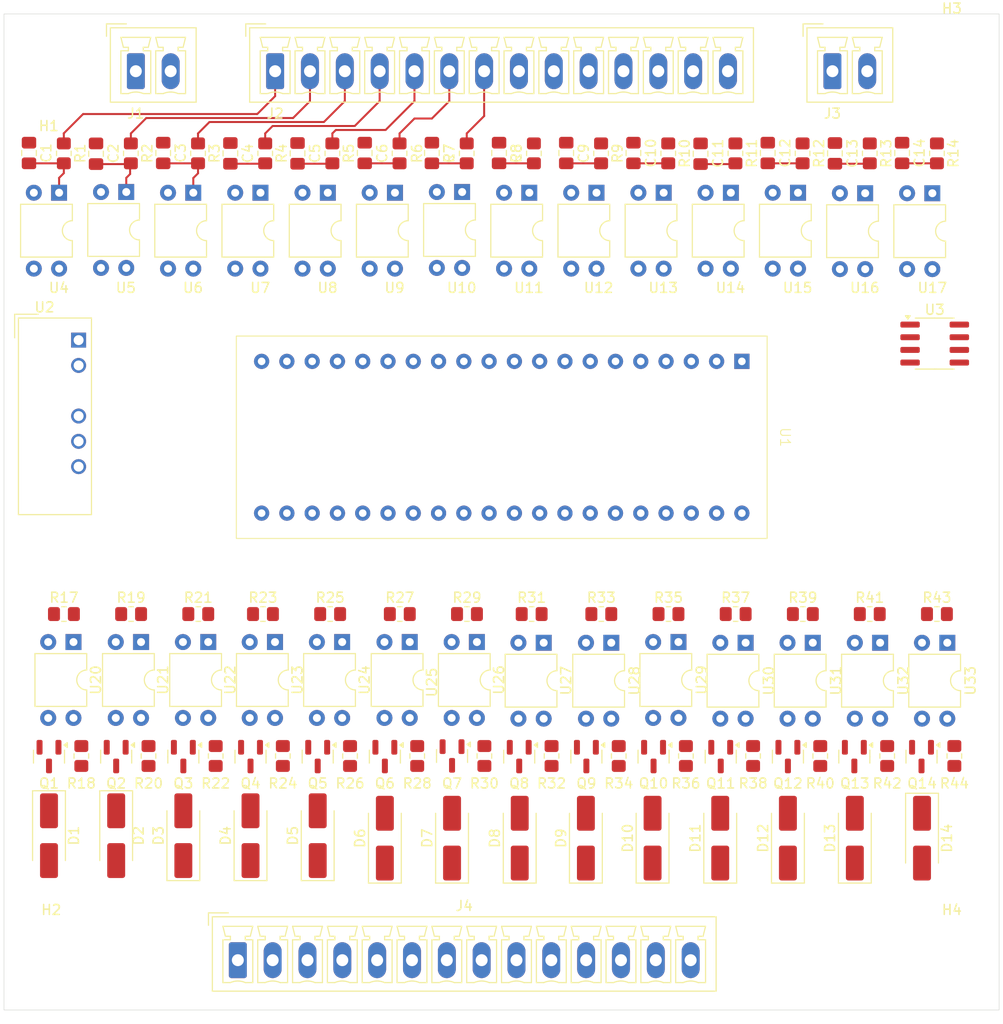
<source format=kicad_pcb>
(kicad_pcb (version 20240108) (generator "pcbnew") (generator_version "8.0")
  (layers (0 "F.Cu" signal) (31 "B.Cu" signal) (34 "B.Paste" user) (35 "F.Paste" user) (36 "B.SilkS" user "B.Silkscreen") (37 "F.SilkS" user "F.Silkscreen") (38 "B.Mask" user) (39 "F.Mask" user) (44 "Edge.Cuts" user))
  (net 0 "")
  (net 1 "GND")
  (net 2 "Net-(C1-Pad1)")
  (net 3 "/OUT1")
  (net 4 "+5V")
  (net 5 "+24V")
  (net 6 "Net-(R17-Pad2)")
  (net 7 "/OUT2")
  (net 8 "Net-(C3-Pad1)")
  (net 9 "Net-(C4-Pad1)")
  (net 10 "Net-(C5-Pad1)")
  (net 11 "/IN1")
  (net 12 "+3.3V")
  (net 13 "Net-(C2-Pad1)")
  (net 14 "/OUT3")
  (net 15 "/IN2")
  (net 16 "Net-(C6-Pad1)")
  (net 17 "Net-(C7-Pad1)")
  (net 18 "Net-(C8-Pad1)")
  (net 19 "Net-(C9-Pad1)")
  (net 20 "Net-(C10-Pad1)")
  (net 21 "Net-(C11-Pad1)")
  (net 22 "Net-(C12-Pad1)")
  (net 23 "Net-(C13-Pad1)")
  (net 24 "Net-(C14-Pad1)")
  (net 25 "Net-(Q1-B)")
  (net 26 "/OUT4")
  (net 27 "Net-(R18-Pad1)")
  (net 29 "GND_IN")
  (net 30 "/OUT5")
  (net 31 "/OUT6")
  (net 32 "/OUT7")
  (net 33 "/OUT8")
  (net 34 "/OUT9")
  (net 35 "/OUT10")
  (net 36 "/OUT11")
  (net 37 "/OUT12")
  (net 38 "/IN11")
  (net 39 "/IN4")
  (net 40 "/IN5")
  (net 42 "/DO13")
  (net 44 "/DO14")
  (net 45 "Net-(Q13-B)")
  (net 46 "Net-(Q14-B)")
  (net 47 "/OUT13")
  (net 48 "/IN10")
  (net 49 "/OUT14")
  (net 50 "Net-(R41-Pad2)")
  (net 51 "/IN6")
  (net 53 "Net-(R42-Pad1)")
  (net 54 "Net-(R43-Pad2)")
  (net 55 "Net-(R44-Pad1)")
  (net 56 "/IN8")
  (net 57 "/IN9")
  (net 58 "/IN13")
  (net 59 "/IN12")
  (net 60 "/IN14")
  (net 61 "/IN3")
  (net 62 "/IN7")
  (net 63 "/RS485_A")
  (net 64 "/RS485_B")
  (net 65 "Net-(Q2-B)")
  (net 66 "Net-(Q3-B)")
  (net 67 "Net-(Q4-B)")
  (net 68 "Net-(Q5-B)")
  (net 69 "Net-(Q6-B)")
  (net 70 "Net-(Q7-B)")
  (net 71 "Net-(Q8-B)")
  (net 72 "Net-(Q9-B)")
  (net 73 "Net-(Q10-B)")
  (net 74 "Net-(Q11-B)")
  (net 75 "Net-(Q12-B)")
  (net 76 "/DI1")
  (net 77 "/DI2")
  (net 78 "/DO1")
  (net 79 "/DI3")
  (net 80 "/DI4")
  (net 81 "/DI5")
  (net 82 "/DI6")
  (net 83 "/DI7")
  (net 84 "/DI8")
  (net 85 "/DI9")
  (net 86 "/DI10")
  (net 87 "/DI11")
  (net 88 "/DI12")
  (net 89 "/DI13")
  (net 90 "/DI14")
  (net 91 "/DO2")
  (net 92 "Net-(R19-Pad2)")
  (net 93 "Net-(R20-Pad1)")
  (net 94 "/DO3")
  (net 95 "Net-(R21-Pad2)")
  (net 96 "Net-(R22-Pad1)")
  (net 97 "/DO4")
  (net 98 "Net-(R23-Pad2)")
  (net 99 "Net-(R24-Pad1)")
  (net 100 "/DO5")
  (net 101 "Net-(R25-Pad2)")
  (net 102 "Net-(R26-Pad1)")
  (net 103 "Net-(R27-Pad2)")
  (net 104 "/DO6")
  (net 105 "Net-(R28-Pad1)")
  (net 106 "Net-(R29-Pad2)")
  (net 107 "/DO7")
  (net 108 "Net-(R30-Pad1)")
  (net 109 "/DO8")
  (net 110 "Net-(R31-Pad2)")
  (net 111 "Net-(R32-Pad1)")
  (net 112 "/DO9")
  (net 113 "Net-(R33-Pad2)")
  (net 114 "Net-(R34-Pad1)")
  (net 115 "Net-(R35-Pad2)")
  (net 116 "/DO10")
  (net 117 "Net-(R36-Pad1)")
  (net 118 "/DO11")
  (net 119 "Net-(R37-Pad2)")
  (net 120 "Net-(R38-Pad1)")
  (net 121 "/DO12")
  (net 122 "Net-(R39-Pad2)")
  (net 123 "Net-(R40-Pad1)")
  (net 124 "/RX")
  (net 125 "/TX_EN")
  (net 126 "/TX")
  (footprint "Package_DIP:DIP-4_W7.62mm" (layer "F.Cu") (at 111.025 113.13 -90)
    (property "Reference" "U28")
    (property "Value" "PC817")
  )
  (footprint "Package_DIP:DIP-4_W7.62mm" (layer "F.Cu") (at 62.29 67.88 -90)
    (property "Reference" "U5")
    (property "Value" "PC817")
  )
  (footprint "Resistor_SMD:R_0805_2012Metric_Pad1.20x1.40mm_HandSolder" (layer "F.Cu") (at 145.5 124.5 -90)
    (property "Reference" "R44")
    (property "Value" "680")
  )
  (footprint "Capacitor_SMD:C_0805_2012Metric_Pad1.18x1.45mm_HandSolder" (layer "F.Cu") (at 126.75 63.9625 90)
    (property "Reference" "C12")
    (property "Value" "C")
  )
  (footprint "Package_TO_SOT_SMD:SOT-23" (layer "F.Cu") (at 61.275 124.5625 -90)
    (property "Reference" "Q2")
    (property "Value" "BC817")
  )
  (footprint "Package_DIP:DIP-4_W7.62mm" (layer "F.Cu") (at 144.79 113.13 -90)
    (property "Reference" "U33")
    (property "Value" "PC817")
  )
  (footprint "Diode_SMD:D_SMA_Handsoldering" (layer "F.Cu") (at 81.525 132.5 90)
    (property "Reference" "D5")
    (property "Value" "1N4007")
  )
  (footprint "Diode_SMD:D_SMA_Handsoldering" (layer "F.Cu") (at 88.275 132.75 90)
    (property "Reference" "D6")
    (property "Value" "1N4007")
  )
  (footprint "Package_TO_SOT_SMD:SOT-23" (layer "F.Cu") (at 122.025 124.5625 -90)
    (property "Reference" "Q11")
    (property "Value" "BC817")
  )
  (footprint "Package_TO_SOT_SMD:SOT-23" (layer "F.Cu") (at 68.025 124.5625 -90)
    (property "Reference" "Q3")
    (property "Value" "BC817")
  )
  (footprint "Capacitor_SMD:C_0805_2012Metric_Pad1.18x1.45mm_HandSolder" (layer "F.Cu") (at 120 64.0375 90)
    (property "Reference" "C11")
    (property "Value" "C")
  )
  (footprint "Resistor_SMD:R_0805_2012Metric_Pad1.20x1.40mm_HandSolder" (layer "F.Cu") (at 132.025 124.5 -90)
    (property "Reference" "R40")
    (property "Value" "680")
  )
  (footprint "Package_TO_SOT_SMD:SOT-23" (layer "F.Cu") (at 74.775 124.5625 -90)
    (property "Reference" "Q4")
    (property "Value" "BC817")
  )
  (footprint "Connector_Phoenix_MC:PhoenixContact_MCV_1,5_2-G-3.5_1x02_P3.50mm_Vertical" (layer "F.Cu") (at 133.25 55.75)
    (property "Reference" "J3")
    (property "Value" "Conn_01x02_Socket")
  )
  (footprint "Package_DIP:DIP-4_W7.62mm" (layer "F.Cu") (at 63.775 113.06 -90)
    (property "Reference" "U21")
    (property "Value" "PC817")
  )
  (footprint "Resistor_SMD:R_0805_2012Metric_Pad1.20x1.40mm_HandSolder" (layer "F.Cu") (at 69.525 110.25)
    (property "Reference" "R21")
    (property "Value" "680")
  )
  (footprint "Diode_SMD:D_SMA_Handsoldering" (layer "F.Cu") (at 61.275 132.5 -90)
    (property "Reference" "D2")
    (property "Value" "1N4007")
  )
  (footprint "Resistor_SMD:R_0805_2012Metric_Pad1.20x1.40mm_HandSolder" (layer "F.Cu") (at 78.025 124.5 -90)
    (property "Reference" "R24")
    (property "Value" "680")
  )
  (footprint "Package_DIP:DIP-4_W7.62mm" (layer "F.Cu") (at 109.54 67.95 -90)
    (property "Reference" "U12")
    (property "Value" "PC817")
  )
  (footprint "Package_TO_SOT_SMD:SOT-23" (layer "F.Cu") (at 81.525 124.5625 -90)
    (property "Reference" "Q5")
    (property "Value" "BC817")
  )
  (footprint "Package_DIP:DIP-4_W7.62mm" (layer "F.Cu") (at 56.985 113.06 -90)
    (property "Reference" "U20")
    (property "Value" "PC817")
  )
  (footprint "Resistor_SMD:R_0805_2012Metric_Pad1.20x1.40mm_HandSolder" (layer "F.Cu") (at 98.275 124.5 -90)
    (property "Reference" "R30")
    (property "Value" "680")
  )
  (footprint "Capacitor_SMD:C_0805_2012Metric_Pad1.18x1.45mm_HandSolder" (layer "F.Cu") (at 72.75 64 90)
    (property "Reference" "C4")
    (property "Value" "C")
  )
  (footprint "Resistor_SMD:R_0805_2012Metric_Pad1.20x1.40mm_HandSolder" (layer "F.Cu") (at 62.775 110.25)
    (property "Reference" "R19")
    (property "Value" "680")
  )
  (footprint "Diode_SMD:D_SMA_Handsoldering" (layer "F.Cu") (at 54.525 132.5 -90)
    (property "Reference" "D1")
    (property "Value" "1N4007")
  )
  (footprint "Package_TO_SOT_SMD:SOT-23" (layer "F.Cu") (at 142.2 124.5625 -90)
    (property "Reference" "Q14")
    (property "Value" "BC817")
  )
  (footprint "Resistor_SMD:R_0805_2012Metric_Pad1.20x1.40mm_HandSolder" (layer "F.Cu") (at 103.025 110.25)
    (property "Reference" "R31")
    (property "Value" "680")
  )
  (footprint "Resistor_SMD:R_0805_2012Metric_Pad1.20x1.40mm_HandSolder" (layer "F.Cu") (at 123.5 64 -90)
    (property "Reference" "R11")
    (property "Value" "5k")
  )
  (footprint "Resistor_SMD:R_0805_2012Metric_Pad1.20x1.40mm_HandSolder" (layer "F.Cu") (at 89.75 64 -90)
    (property "Reference" "R6")
    (property "Value" "5k")
  )
  (footprint "Resistor_SMD:R_0805_2012Metric_Pad1.20x1.40mm_HandSolder" (layer "F.Cu") (at 130.275 110.25)
    (property "Reference" "R39")
    (property "Value" "680")
  )
  (footprint "Resistor_SMD:R_0805_2012Metric_Pad1.20x1.40mm_HandSolder" (layer "F.Cu") (at 56.025 110.25)
    (property "Reference" "R17")
    (property "Value" "680")
  )
  (footprint "Resistor_SMD:R_0805_2012Metric_Pad1.20x1.40mm_HandSolder" (layer "F.Cu") (at 84.775 124.5 -90)
    (property "Reference" "R26")
    (property "Value" "680")
  )
  (footprint "Capacitor_SMD:C_0805_2012Metric_Pad1.18x1.45mm_HandSolder" (layer "F.Cu") (at 113.25 63.9625 90)
    (property "Reference" "C10")
    (property "Value" "C")
  )
  (footprint "Resistor_SMD:R_0805_2012Metric_Pad1.20x1.40mm_HandSolder" (layer "F.Cu") (at 105.025 124.5 -90)
    (property "Reference" "R32")
    (property "Value" "680")
  )
  (footprint "Package_DIP:DIP-4_W7.62mm" (layer "F.Cu") (at 143.29 68 -90)
    (property "Reference" "U17")
    (property "Value" "PC817")
  )
  (footprint "Connector_Phoenix_MC:PhoenixContact_MCV_1,5_14-G-3.5_1x14_P3.50mm_Vertical" (layer "F.Cu") (at 73.5 145)
    (property "Reference" "J4")
    (property "Value" "Conn_01x12_Socket")
  )
  (footprint "Package_DIP:DIP-4_W7.62mm" (layer "F.Cu") (at 104.235 113.13 -90)
    (property "Reference" "U27")
    (property "Value" "PC817")
  )
  (footprint "Diode_SMD:D_SMA_Handsoldering" (layer "F.Cu") (at 101.825 132.75 90)
    (property "Reference" "D8")
    (property "Value" "1N4007")
  )
  (footprint "Resistor_SMD:R_0805_2012Metric_Pad1.20x1.40mm_HandSolder" (layer "F.Cu") (at 110 64 -90)
    (property "Reference" "R9")
    (property "Value" "5k")
  )
  (footprint "Capacitor_SMD:C_0805_2012Metric_Pad1.18x1.45mm_HandSolder" (layer "F.Cu") (at 140.25 63.9625 90)
    (property "Reference" "C14")
    (property "Value" "C")
  )
  (footprint "Package_DIP:DIP-4_W7.62mm" (layer "F.Cu") (at 90.775 113.06 -90)
    (property "Reference" "U25")
    (property "Value" "PC817")
  )
  (footprint "Package_DIP:DIP-4_W7.62mm" (layer "F.Cu") (at 136.54 68 -90)
    (property "Reference" "U16")
    (property "Value" "PC817")
  )
  (footprint "Capacitor_SMD:C_0805_2012Metric_Pad1.18x1.45mm_HandSolder" (layer "F.Cu") (at 66 63.9625 90)
    (property "Reference" "C3")
    (property "Value" "C")
  )
  (footprint "Package_TO_SOT_SMD:SOT-23" (layer "F.Cu") (at 54.525 124.5625 -90)
    (property "Reference" "Q1")
    (property "Value" "BC817")
  )
  (footprint "Resistor_SMD:R_0805_2012Metric_Pad1.20x1.40mm_HandSolder" (layer "F.Cu") (at 130.25 64 -90)
    (property "Reference" "R12")
    (property "Value" "5k")
  )
  (footprint "Resistor_SMD:R_0805_2012Metric_Pad1.20x1.40mm_HandSolder" (layer "F.Cu") (at 56.015 64 -90)
    (property "Reference" "R1")
    (property "Value" "5k")
  )
  (footprint "Package_DIP:DIP-4_W7.62mm" (layer "F.Cu") (at 77.235 113.06 -90)
    (property "Reference" "U23")
    (property "Value" "PC817")
  )
  (footprint "Package_DIP:DIP-4_W7.62mm" (layer "F.Cu") (at 123.04 67.95 -90)
    (property "Reference" "U14")
    (property "Value" "PC817")
  )
  (footprint "Resistor_SMD:R_0805_2012Metric_Pad1.20x1.40mm_HandSolder" (layer "F.Cu") (at 76.25 64 -90)
    (property "Reference" "R4")
    (property "Value" "5k")
  )
  (footprint "Resistor_SMD:R_0805_2012Metric_Pad1.20x1.40mm_HandSolder" (layer "F.Cu") (at 57.775 124.5 -90)
    (property "Reference" "R18")
    (property "Value" "680")
  )
  (footprint "Diode_SMD:D_SMA_Handsoldering" (layer "F.Cu") (at 135.5 132.75 90)
    (property "Reference" "D13")
    (property "Value" "1N4007")
  )
  (footprint "Package_DIP:DIP-4_W7.62mm" (layer "F.Cu") (at 117.775 113.06 -90)
    (property "Reference" "U29")
    (property "Value" "PC817")
  )
  (footprint "Capacitor_SMD:C_0805_2012Metric_Pad1.18x1.45mm_HandSolder" (layer "F.Cu") (at 59.25 64.0375 90)
    (property "Reference" "C2")
    (property "Value" "C")
  )
  (footprint "Package_TO_SOT_SMD:SOT-23" (layer "F.Cu") (at 135.45 124.5625 -90)
    (property "Reference" "Q13")
    (property "Value" "BC817")
  )
  (footprint "Package_DIP:DIP-4_W7.62mm" (layer "F.Cu") (at 89.29 67.95 -90)
    (property "Reference" "U9")
    (property "Value" "PC817")
  )
  (footprint "Connector_Phoenix_MC:PhoenixContact_MCV_1,5_14-G-3.5_1x14_P3.50mm_Vertical" (layer "F.Cu") (at 77.25 55.75)
    (property "Reference" "J2")
    (property "Value" "Conn_01x16_Socket")
  )
  (footprint "Resistor_SMD:R_0805_2012Metric_Pad1.20x1.40mm_HandSolder" (layer "F.Cu") (at 96.5 64 -90)
    (property "Reference" "R7")
    (property "Value" "5k")
  )
  (footprint "MountingHole:MountingHole_4.3mm_M4" (layer "F.Cu") (at 54.75 54.75)
    (property "Reference" "H1")
    (property "Value" "MountingHole")
  )
  (footprint "Resistor_SMD:R_0805_2012Metric_Pad1.20x1.40mm_HandSolder" (layer "F.Cu") (at 143.75 64 -90)
    (property "Reference" "R14")
    (property "Value" "5k")
  )
  (footprint "MountingHole:MountingHole_4.3mm_M4" (layer "F.Cu") (at 54.75 145.25)
    (property "Reference" "H2")
    (property "Value" "MountingHole")
  )
  (footprint "Diode_SMD:D_SMA_Handsoldering" (layer "F.Cu") (at 108.475 132.75 90)
    (property "Reference" "D9")
    (property "Value" "1N4007")
  )
  (footprint "Resistor_SMD:R_0805_2012Metric_Pad1.20x1.40mm_HandSolder" (layer "F.Cu") (at 143.75 110.25)
    (property "Reference" "R43")
    (property "Value" "680")
  )
  (footprint "Package_TO_SOT_SMD:SOT-23" (layer "F.Cu") (at 95.025 124.5 -90)
    (property "Reference" "Q7")
    (property "Value" "BC817")
  )
  (footprint "Capacitor_SMD:C_0805_2012Metric_Pad1.18x1.45mm_HandSolder" (layer "F.Cu") (at 86.25 63.9625 90)
    (property "Reference" "C6")
    (property "Value" "C")
  )
  (footprint "Capacitor_SMD:C_0805_2012Metric_Pad1.18x1.45mm_HandSolder" (layer "F.Cu") (at 106.5 63.9625 90)
    (property "Reference" "C9")
    (property "Value" "C")
  )
  (footprint "Resistor_SMD:R_0805_2012Metric_Pad1.20x1.40mm_HandSolder" (layer "F.Cu") (at 118.525 124.5 -90)
    (property "Reference" "R36")
    (property "Value" "680")
  )
  (footprint "Resistor_SMD:R_0805_2012Metric_Pad1.20x1.40mm_HandSolder" (layer "F.Cu") (at 137 64 -90)
    (property "Reference" "R13")
    (property "Value" "5k")
  )
  (footprint "Diode_SMD:D_SMA_Handsoldering" (layer "F.Cu") (at 115.175 132.75 90)
    (property "Reference" "D10")
    (property "Value" "1N4007")
  )
  (footprint "Package_DIP:DIP-4_W7.62mm" (layer "F.Cu") (at 102.79 67.95 -90)
    (property "Reference" "U11")
    (property "Value" "PC817")
  )
  (footprint "Converter_DCDC:Converter_DCDC_TRACO_TMA-15xxD_24xxD_Dual_THT" (layer "F.Cu") (at 57.5 82.75)
    (property "Reference" "U2")
    (property "Value" "TMA-2405D")
  )
  (footprint "Package_DIP:DIP-4_W7.62mm" (layer "F.Cu") (at 96.04 67.88 -90)
    (property "Reference" "U10")
    (property "Value" "PC817")
  )
  (footprint "Diode_SMD:D_SMA_Handsoldering" (layer "F.Cu") (at 142.25 132.75 -90)
    (property "Reference" "D14")
    (property "Value" "1N4007")
  )
  (footprint "Package_DIP:DIP-4_W7.62mm" (layer "F.Cu") (at 82.54 67.95 -90)
    (property "Reference" "U8")
    (property "Value" "PC817")
  )
  (footprint "Package_TO_SOT_SMD:SOT-23" (layer "F.Cu") (at 108.525 124.5625 -90)
    (property "Reference" "Q9")
    (property "Value" "BC817")
  )
  (footprint "Resistor_SMD:R_0805_2012Metric_Pad1.20x1.40mm_HandSolder" (layer "F.Cu") (at 91.525 124.5 -90)
    (property "Reference" "R28")
    (property "Value" "680")
  )
  (footprint "Package_DIP:DIP-4_W7.62mm" (layer "F.Cu") (at 138.04 113.13 -90)
    (property "Reference" "U32")
    (property "Value" "PC817")
  )
  (footprint "Package_DIP:DIP-4_W7.62mm" (layer "F.Cu") (at 116.29 67.95 -90)
    (property "Reference" "U13")
    (property "Value" "PC817")
  )
  (footprint "Resistor_SMD:R_0805_2012Metric_Pad1.20x1.40mm_HandSolder" (layer "F.Cu") (at 69.5 64 -90)
    (property "Reference" "R3")
    (property "Value" "5k")
  )
  (footprint "Resistor_SMD:R_0805_2012Metric_Pad1.20x1.40mm_HandSolder" (layer "F.Cu") (at 64.525 124.5 -90)
    (property "Reference" "R20")
    (property "Value" "680")
  )
  (footprint "MountingHole:MountingHole_4.3mm_M4" (layer "F.Cu") (at 145.25 145.25)
    (property "Reference" "H4")
    (property "Value" "MountingHole")
  )
  (footprint "Package_DIP:DIP-4_W7.62mm" (layer "F.Cu") (at 97.525 113.06 -90)
    (property "Reference" "U26")
    (property "Value" "PC817")
  )
  (footprint "Resistor_SMD:R_0805_2012Metric_Pad1.20x1.40mm_HandSolder" (layer "F.Cu") (at 71.275 124.5 -90)
    (property "Reference" "R22")
    (property "Value" "680")
  )
  (footprint "Resistor_SMD:R_0805_2012Metric_Pad1.20x1.40mm_HandSolder" (layer "F.Cu") (at 137 110.25)
    (property "Reference" "R41")
    (property "Value" "680")
  )
  (footprint "Package_DIP:DIP-4_W7.62mm" (layer "F.Cu") (at 83.985 113.06 -90)
    (property "Reference" "U24")
    (property "Value" "PC817")
  )
  (footprint "Capacitor_SMD:C_0805_2012Metric_Pad1.18x1.45mm_HandSolder" (layer "F.Cu") (at 52.515 63.9625 90)
    (property "Reference" "C1")
    (property "Value" "C")
  )
  (footprint "Package_TO_SOT_SMD:SOT-23" (layer "F.Cu") (at 128.775 124.5625 -90)
    (property "Reference" "Q12")
    (property "Value" "BC817")
  )
  (footprint "Resistor_SMD:R_0805_2012Metric_Pad1.20x1.40mm_HandSolder" (layer "F.Cu") (at 111.775 124.5 -90)
    (property "Reference" "R34")
    (property "Value" "680")
  )
  (footprint "Resistor_SMD:R_0805_2012Metric_Pad1.20x1.40mm_HandSolder" (layer "F.Cu") (at 62.75 64 -90)
    (property "Reference" "R2")
    (property "Value" "5k")
  )
  (footprint "Resistor_SMD:R_0805_2012Metric_Pad1.20x1.40mm_HandSolder" (layer "F.Cu") (at 110.025 110.25)
    (property "Reference" "R33")
    (property "Value" "680")
  )
  (footprint "Package_TO_SOT_SMD:SOT-23" (layer "F.Cu") (at 115.275 124.5625 -90)
    (property "Reference" "Q10")
    (property "Value" "BC817")
  )
  (footprint "Resistor_SMD:R_0805_2012Metric_Pad1.20x1.40mm_HandSolder" (layer "F.Cu") (at 96.525 110.25)
    (property "Reference" "R29")
    (property "Value" "680")
  )
  (footprint "Package_TO_SOT_SMD:SOT-23" (layer "F.Cu") (at 88.275 124.5625 -90)
    (property "Reference" "Q6")
    (property "Value" "BC817")
  )
  (footprint "Resistor_SMD:R_0805_2012Metric_Pad1.20x1.40mm_HandSolder" (layer "F.Cu") (at 116.775 110.25)
    (property "Reference" "R35")
    (property "Value" "680")
  )
  (footprint "Connector_Phoenix_MC:PhoenixContact_MCV_1,5_2-G-3.5_1x02_P3.50mm_Vertical" (layer "F.Cu") (at 63.25 55.75)
    (property "Reference" "J1")
    (property "Value" "Conn_01x02_Socket")
  )
  (footprint "Capacitor_SMD:C_0805_2012Metric_Pad1.18x1.45mm_HandSolder" (layer "F.Cu") (at 99.75 63.9625 90)
    (property "Reference" "C8")
    (property "Value" "C")
  )
  (footprint "Resistor_SMD:R_0805_2012Metric_Pad1.20x1.40mm_HandSolder" (layer "F.Cu") (at 76.025 110.25)
    (property "Reference" "R23")
    (property "Value" "680")
  )
  (footprint "Capacitor_SMD:C_0805_2012Metric_Pad1.18x1.45mm_HandSolder" (layer "F.Cu") (at 79.5 64 90)
    (property "Reference" "C5")
    (property "Value" "C")
  )
  (footprint "Resistor_SMD:R_0805_2012Metric_Pad1.20x1.40mm_HandSolder" (layer "F.Cu") (at 103.25 64 -90)
    (property "Reference" "R8")
    (property "Value" "5k")
  )
  (footprint "Package_DIP:DIP-4_W7.62mm" (layer "F.Cu") (at 131.275 113.13 -90)
    (property "Reference" "U31")
    (property "Value" "PC817")
  )
  (footprint "Resistor_SMD:R_0805_2012Metric_Pad1.20x1.40mm_HandSolder" (layer "F.Cu") (at 123.525 110.25)
    (property "Reference" "R37")
    (property "Value" "680")
  )
  (footprint "Package_DIP:DIP-4_W7.62mm" (layer "F.Cu") (at 124.525 113.13 -90)
    (property "Reference" "U30")
    (property "Value" "PC817")
  )
  (footprint "Resistor_SMD:R_0805_2012Metric_Pad1.20x1.40mm_HandSolder" (layer "F.Cu") (at 138.75 124.5 -90)
    (property "Reference" "R42")
    (property "Value" "680")
  )
  (footprint "Diode_SMD:D_SMA_Handsoldering" (layer "F.Cu") (at 74.775 132.5 90)
    (property "Reference" "D4")
    (property "Value" "1N4007")
  )
  (footprint "Package_DIP:DIP-4_W7.62mm" (layer "F.Cu") (at 70.525 113.06 -90)
    (property "Reference" "U22")
    (property "Value" "PC817")
  )
  (footprint "Diode_SMD:D_SMA_Handsoldering" (layer "F.Cu") (at 95.025 132.75 90)
    (property "Reference" "D7")
    (property "Value" "1N4007")
  )
  (footprint "Capacitor_SMD:C_0805_2012Metric_Pad1.18x1.45mm_HandSolder" (layer "F.Cu") (at 93 63.9625 90)
    (property "Reference" "C7")
    (property "Value" "C")
  )
  (footprint "Package_DIP:DIP-4_W7.62mm" (layer "F.Cu") (at 75.775 67.95 -90)
    (property "Reference" "U7")
    (property "Value" "PC817")
  )
  (footprint "Resistor_SMD:R_0805_2012Metric_Pad1.20x1.40mm_HandSolder" (layer "F.Cu") (at 82.775 110.25)
    (property "Reference" "R25")
    (property "Value" "680")
  )
  (footprint "Capacitor_SMD:C_0805_2012Metric_Pad1.18x1.45mm_HandSolder" (layer "F.Cu") (at 133.5 64 90)
    (property "Reference" "C13")
    (property "Value" "C")
  )
  (footprint "Package_TO_SOT_SMD:SOT-23" (layer "F.Cu") (at 101.775 124.5625 -90)
    (property "Reference" "Q8")
    (property "Value" "BC817")
  )
  (footprint "Resistor_SMD:R_0805_2012Metric_Pad1.20x1.40mm_HandSolder" (layer "F.Cu") (at 116.75 64 -90)
    (property "Reference" "R10")
    (property "Value" "5k")
  )
  (footprint "Diode_SMD:D_SMA_Handsoldering" (layer "F.Cu") (at 68.025 132.5 90)
    (property "Reference" "D3")
    (property "Value" "1N4007")
  )
  (footprint "Diode_SMD:D_SMA_Handsoldering" (layer "F.Cu") (at 128.775 132.75 90)
    (property "Reference" "D12")
    (property "Value" "1N4007")
  )
  (footprint "Package_DIP:DIP-4_W7.62mm" (layer "F.Cu") (at 55.54 67.95 -90)
    (property "Reference" "U4")
    (property "Value" "PC817")
  )
  (footprint "Resistor_SMD:R_0805_2012Metric_Pad1.20x1.40mm_HandSolder" (layer "F.Cu") (at 83 64 -90)
    (property "Reference" "R5")
    (property "Value" "5k")
  )
  (footprint "Diode_SMD:D_SMA_Handsoldering" (layer "F.Cu") (at 121.975 132.75 90)
    (property "Reference" "D11")
    (property "Value" "1N4007")
  )
  (footprint "Resistor_SMD:R_0805_2012Metric_Pad1.20x1.40mm_HandSolder" (layer "F.Cu") (at 125.275 124.5 -90)
    (property "Reference" "R38")
    (property "Value" "680")
  )
  (footprint "Resistor_SMD:R_0805_2012Metric_Pad1.20x1.40mm_HandSolder" (layer "F.Cu") (at 89.775 110.25)
    (property "Reference" "R27")
    (property "Value" "680")
  )
  (footprint "Project_Library:BlackPill" (layer "F.Cu") (at 100 92.5 -90)
    (property "Reference" "U1")
    (property "Value" "BluePill")
  )
  (footprint "Package_SO:SOIC-8_3.9x4.9mm_P1.27mm" (layer "F.Cu") (at 143.525 83.095)
    (property "Reference" "U3")
    (property "Value" "MAX3485")
  )
  (footprint "MountingHole:MountingHole_4.3mm_M4" (layer "F.Cu") (at 145.25 54.75)
    (property "Reference" "H3")
    (property "Value" "MountingHole")
  )
  (footprint "Package_DIP:DIP-4_W7.62mm" (layer "F.Cu") (at 69.025 67.95 -90)
    (property "Reference" "U6")
    (property "Value" "PC817")
  )
  (footprint "Package_DIP:DIP-4_W7.62mm" (layer "F.Cu") (at 129.79 67.95 -90)
    (property "Reference" "U15")
    (property "Value" "PC817")
  )
  (gr_rect (start 50 50) (end 150 150) (stroke (width 0.05)) (fill none) (layer "Edge.Cuts"))
  (segment (start 56.015 65.985) (end 55.54 66.46) (width 0.2) (layer "F.Cu") (net 2))
  (segment (start 55.54 66.46) (end 55.54 67.95) (width 0.2) (layer "F.Cu") (net 2))
  (segment (start 56.015 65) (end 56.015 65.985) (width 0.2) (layer "F.Cu") (net 2))
  (segment (start 52.515 65) (end 56.015 65) (width 0.2) (layer "F.Cu") (net 2))
  (segment (start 69.025 66.475) (end 69.025 67.95) (width 0.2) (layer "F.Cu") (net 8))
  (segment (start 69.5 65) (end 69.5 66) (width 0.2) (layer "F.Cu") (net 8))
  (segment (start 66 65) (end 69.5 65) (width 0.2) (layer "F.Cu") (net 8))
  (segment (start 69.5 66) (end 69.025 66.475) (width 0.2) (layer "F.Cu") (net 8))
  (segment (start 76.2125 65.0375) (end 76.25 65) (width 0.2) (layer "F.Cu") (net 9))
  (segment (start 72.75 65.0375) (end 76.2125 65.0375) (width 0.2) (layer "F.Cu") (net 9))
  (segment (start 82.9625 65.0375) (end 83 65) (width 0.2) (layer "F.Cu") (net 10))
  (segment (start 79.5 65.0375) (end 82.9625 65.0375) (width 0.2) (layer "F.Cu") (net 10))
  (segment (start 62.675 65.075) (end 62.675 66.075) (width 0.2) (layer "F.Cu") (net 13))
  (segment (start 59.25 65.075) (end 62.675 65.075) (width 0.2) (layer "F.Cu") (net 13))
  (segment (start 62.675 65.075) (end 62.75 65) (width 0.2) (layer "F.Cu") (net 13))
  (segment (start 62.29 66.46) (end 62.29 67.88) (width 0.2) (layer "F.Cu") (net 13))
  (segment (start 62.675 66.075) (end 62.29 66.46) (width 0.2) (layer "F.Cu") (net 13))
  (segment (start 86.25 65) (end 89.75 65) (width 0.2) (layer "F.Cu") (net 16))
  (segment (start 93 65) (end 96.5 65) (width 0.2) (layer "F.Cu") (net 17))
  (segment (start 99.75 65) (end 103.25 65) (width 0.2) (layer "F.Cu") (net 18))
  (segment (start 106.5 65) (end 110 65) (width 0.2) (layer "F.Cu") (net 19))
  (segment (start 113.25 65) (end 116.75 65) (width 0.2) (layer "F.Cu") (net 20))
  (segment (start 120 65.075) (end 123.425 65.075) (width 0.2) (layer "F.Cu") (net 21))
  (segment (start 123.425 65.075) (end 123.5 65) (width 0.2) (layer "F.Cu") (net 21))
  (segment (start 126.75 65) (end 130.25 65) (width 0.2) (layer "F.Cu") (net 22))
  (segment (start 133.5 65.0375) (end 136.9625 65.0375) (width 0.2) (layer "F.Cu") (net 23))
  (segment (start 136.9625 65.0375) (end 137 65) (width 0.2) (layer "F.Cu") (net 23))
  (segment (start 140.25 65) (end 143.75 65) (width 0.2) (layer "F.Cu") (net 24))
  (segment (start 57.95 60.05) (end 75.45 60.05) (width 0.2) (layer "F.Cu") (net 76))
  (segment (start 56.015 63) (end 56.015 62.015) (width 0.2) (layer "F.Cu") (net 76))
  (segment (start 56 62) (end 57.95 60.05) (width 0.2) (layer "F.Cu") (net 76))
  (segment (start 75.45 60.05) (end 77.25 58.25) (width 0.2) (layer "F.Cu") (net 76))
  (segment (start 77.25 58.25) (end 77.25 55.75) (width 0.2) (layer "F.Cu") (net 76))
  (segment (start 56.015 62.015) (end 56 62) (width 0.2) (layer "F.Cu") (net 76))
  (segment (start 64.3 60.45) (end 79.05 60.45) (width 0.2) (layer "F.Cu") (net 77))
  (segment (start 79.05 60.45) (end 80.75 58.75) (width 0.2) (layer "F.Cu") (net 77))
  (segment (start 80.75 58.75) (end 80.75 55.75) (width 0.2) (layer "F.Cu") (net 77))
  (segment (start 62.75 63) (end 62.75 62) (width 0.2) (layer "F.Cu") (net 77))
  (segment (start 62.75 62) (end 64.3 60.45) (width 0.2) (layer "F.Cu") (net 77))
  (segment (start 69.5 63) (end 69.5 62) (width 0.2) (layer "F.Cu") (net 79))
  (segment (start 69.5 62) (end 70.65 60.85) (width 0.2) (layer "F.Cu") (net 79))
  (segment (start 70.65 60.85) (end 82.15 60.85) (width 0.2) (layer "F.Cu") (net 79))
  (segment (start 84.25 58.75) (end 84.25 55.75) (width 0.2) (layer "F.Cu") (net 79))
  (segment (start 82.15 60.85) (end 84.25 58.75) (width 0.2) (layer "F.Cu") (net 79))
  (segment (start 76.25 62) (end 77 61.25) (width 0.2) (layer "F.Cu") (net 80))
  (segment (start 85.25 61.25) (end 87.75 58.75) (width 0.2) (layer "F.Cu") (net 80))
  (segment (start 76.25 63) (end 76.25 62) (width 0.2) (layer "F.Cu") (net 80))
  (segment (start 77 61.25) (end 85.25 61.25) (width 0.2) (layer "F.Cu") (net 80))
  (segment (start 87.75 58.75) (end 87.75 55.75) (width 0.2) (layer "F.Cu") (net 80))
  (segment (start 88.35 61.65) (end 83.35 61.65) (width 0.2) (layer "F.Cu") (net 81))
  (segment (start 91.25 58.75) (end 88.35 61.65) (width 0.2) (layer "F.Cu") (net 81))
  (segment (start 83 62) (end 83 63) (width 0.2) (layer "F.Cu") (net 81))
  (segment (start 91.25 55.75) (end 91.25 58.75) (width 0.2) (layer "F.Cu") (net 81))
  (segment (start 83.35 61.65) (end 83 62) (width 0.2) (layer "F.Cu") (net 81))
  (segment (start 91.25 60.5) (end 93 60.5) (width 0.2) (layer "F.Cu") (net 82))
  (segment (start 94.75 58.75) (end 94.75 55.75) (width 0.2) (layer "F.Cu") (net 82))
  (segment (start 89.75 62) (end 91.25 60.5) (width 0.2) (layer "F.Cu") (net 82))
  (segment (start 89.75 63) (end 89.75 62) (width 0.2) (layer "F.Cu") (net 82))
  (segment (start 93 60.5) (end 94.75 58.75) (width 0.2) (layer "F.Cu") (net 82))
  (segment (start 98.25 60.25) (end 98.25 55.75) (width 0.2) (layer "F.Cu") (net 83))
  (segment (start 96.5 63) (end 96.5 62) (width 0.2) (layer "F.Cu") (net 83))
  (segment (start 96.5 62) (end 98.25 60.25) (width 0.2) (layer "F.Cu") (net 83))
)
</source>
